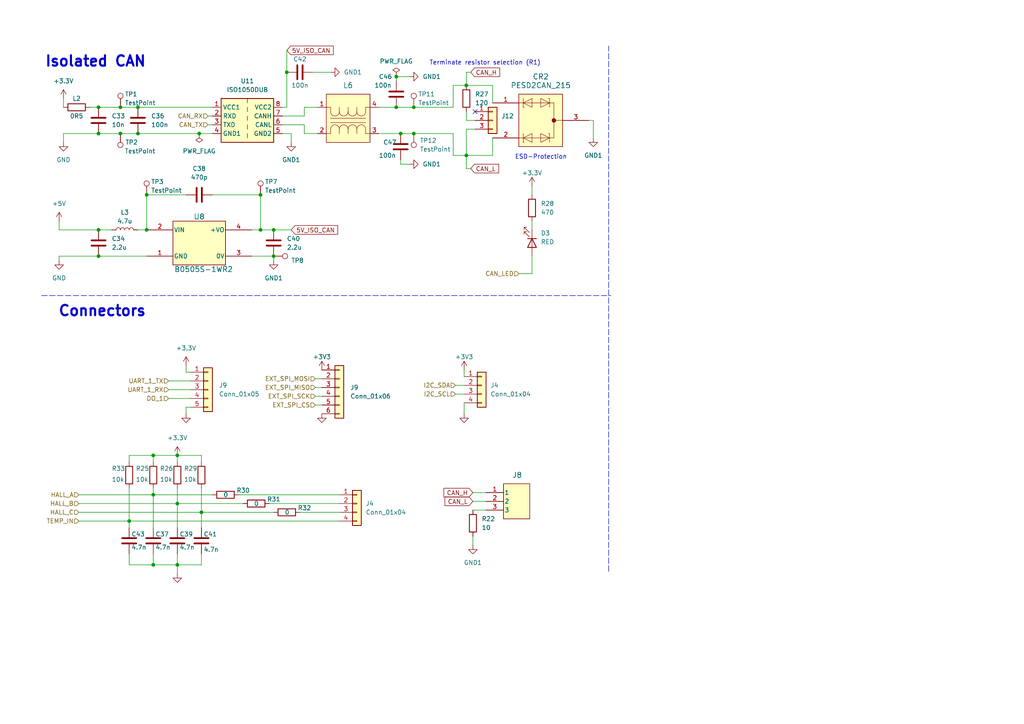
<source format=kicad_sch>
(kicad_sch (version 20230121) (generator eeschema)
  (paper "A4")
  (lib_symbols
    (symbol "B0505S-1WR2_1" (pin_names (offset 0.254))
      (property "Reference" "U8" (at 15.24 8.89 0))
      (property "Value" "B0505S-1WR2" (at 16.51 -6.35 0))
      (symbol "B0505S-1WR2_1_0_1"
        (polyline (pts (xy 7.62 -5.08) (xy 22.86 -5.08)) (stroke (width 0.127)))
        (polyline (pts (xy 7.62 7.62) (xy 7.62 -5.08)) (stroke (width 0.127)))
        (pin unspecified line (at 30.48 -2.54 180) (length 7.62) (name "0V") (number "3"))
      )
      (symbol "B0505S-1WR2_1_1_1"
        (polyline (pts (xy 22.86 -5.08) (xy 22.86 7.62)) (stroke (width 0.127)))
        (polyline (pts (xy 22.86 7.62) (xy 7.62 7.62)) (stroke (width 0.127)) (fill (type background)))
        (rectangle (start 7.62 7.62) (end 22.86 -5.08) (fill (type background)))
        (rectangle (start 40.64 16.51) (end 40.64 16.51))
        (pin unspecified line (at 0 -2.54 0) (length 7.62) (name "GND") (number "1"))
        (pin unspecified line (at 0 5.08 0) (length 7.62) (name "VIN") (number "2"))
        (pin unspecified line (at 30.48 5.08 180) (length 7.62) (name "+VO") (number "4"))
      )
    )
    (symbol "CONNECTOR-S:15EDGVC-3.5-03P-14-00AH" (pin_names (offset 0.254))
      (property "Reference" "J" (at 8.89 3.81 0))
      (property "Value" "15EDGVC-3.5-03P-14-00AH" (at 0 7.62 0))
      (symbol "15EDGVC-3.5-03P-14-00AH_1_1"
        (polyline (pts (xy 5.08 -7.62) (xy 12.7 -7.62)) (stroke (width 0.127)))
        (polyline (pts (xy 5.08 2.54) (xy 5.08 -7.62)) (stroke (width 0.127)))
        (polyline (pts (xy 12.7 -7.62) (xy 12.7 2.54)) (stroke (width 0.127)))
        (polyline (pts (xy 12.7 2.54) (xy 5.08 2.54)) (stroke (width 0.127)))
        (rectangle (start 5.08 2.54) (end 12.7 -7.62) (fill (type background)))
        (pin unspecified line (at 0 0 0) (length 5.08) (name "1") (number "1"))
        (pin unspecified line (at 0 -2.54 0) (length 5.08) (name "2") (number "2"))
        (pin unspecified line (at 0 -5.08 0) (length 5.08) (name "3") (number "3"))
      )
      (symbol "15EDGVC-3.5-03P-14-00AH_1_2"
        (polyline (pts (xy 5.08 -7.62) (xy 12.7 -7.62)) (stroke (width 0.127)))
        (polyline (pts (xy 5.08 2.54) (xy 5.08 -7.62)) (stroke (width 0.127)))
        (polyline (pts (xy 7.62 -5.08) (xy 5.08 -5.08)) (stroke (width 0.127)))
        (polyline (pts (xy 7.62 -5.08) (xy 8.89 -5.9267)) (stroke (width 0.127)))
        (polyline (pts (xy 7.62 -5.08) (xy 8.89 -4.2333)) (stroke (width 0.127)))
        (polyline (pts (xy 7.62 -2.54) (xy 5.08 -2.54)) (stroke (width 0.127)))
        (polyline (pts (xy 7.62 -2.54) (xy 8.89 -3.3867)) (stroke (width 0.127)))
        (polyline (pts (xy 7.62 -2.54) (xy 8.89 -1.6933)) (stroke (width 0.127)))
        (polyline (pts (xy 7.62 0) (xy 5.08 0)) (stroke (width 0.127)))
        (polyline (pts (xy 7.62 0) (xy 8.89 -0.8467)) (stroke (width 0.127)))
        (polyline (pts (xy 7.62 0) (xy 8.89 0.8467)) (stroke (width 0.127)))
        (polyline (pts (xy 12.7 -7.62) (xy 12.7 2.54)) (stroke (width 0.127)))
        (polyline (pts (xy 12.7 2.54) (xy 5.08 2.54)) (stroke (width 0.127)))
        (pin unspecified line (at 0 0 0) (length 5.08) (name "1") (number "1"))
        (pin unspecified line (at 0 -2.54 0) (length 5.08) (name "2") (number "2"))
        (pin unspecified line (at 0 -5.08 0) (length 5.08) (name "3") (number "3"))
      )
    )
    (symbol "Common_Mode_Filters:ACM2012-900-2P-T002" (pin_names (offset 0.254))
      (property "Reference" "L" (at 10.16 7.62 0))
      (property "Value" "ACM2012-900-2P-T002" (at 7.62 -15.24 0))
      (symbol "ACM2012-900-2P-T002_0_1"
        (polyline (pts (xy 2.54 -10.16) (xy 15.24 -10.16)) (stroke (width 0.127)))
        (polyline (pts (xy 2.54 0) (xy 3.81 0)) (stroke (width 0.127)))
        (polyline (pts (xy 2.54 3.81) (xy 2.54 -10.16)) (stroke (width 0.127)))
        (polyline (pts (xy 3.81 -7.62) (xy 2.54 -7.62)) (stroke (width 0.127)))
        (polyline (pts (xy 3.81 -7.62) (xy 3.81 -6.35)) (stroke (width 0.127)))
        (polyline (pts (xy 3.81 -3.175) (xy 13.97 -3.175)) (stroke (width 0.127)))
        (polyline (pts (xy 3.81 0) (xy 3.81 -1.27)) (stroke (width 0.127)))
        (polyline (pts (xy 6.35 -7.62) (xy 6.35 -6.35)) (stroke (width 0.127)))
        (polyline (pts (xy 6.35 0) (xy 6.35 -1.27)) (stroke (width 0.127)))
        (polyline (pts (xy 8.89 -7.62) (xy 8.89 -6.35)) (stroke (width 0.127)))
        (polyline (pts (xy 8.89 0) (xy 8.89 -1.27)) (stroke (width 0.127)))
        (polyline (pts (xy 11.43 -7.62) (xy 11.43 -6.35)) (stroke (width 0.127)))
        (polyline (pts (xy 11.43 0) (xy 11.43 -1.27)) (stroke (width 0.127)))
        (polyline (pts (xy 13.97 -7.62) (xy 13.97 -6.35)) (stroke (width 0.127)))
        (polyline (pts (xy 13.97 -4.445) (xy 3.81 -4.445)) (stroke (width 0.127)))
        (polyline (pts (xy 13.97 0) (xy 13.97 -1.27)) (stroke (width 0.127)))
        (polyline (pts (xy 13.97 0) (xy 15.24 0)) (stroke (width 0.127)))
        (polyline (pts (xy 15.24 -10.16) (xy 15.24 3.81)) (stroke (width 0.127)))
        (polyline (pts (xy 15.24 -7.62) (xy 13.97 -7.62)) (stroke (width 0.127)))
        (polyline (pts (xy 15.24 3.81) (xy 2.54 3.81)) (stroke (width 0.127)))
        (arc (start 3.81 -1.27) (mid 5.08 -2.5345) (end 6.35 -1.27) (stroke (width 0.127)))
        (arc (start 6.35 -6.35) (mid 5.08 -5.0855) (end 3.81 -6.35) (stroke (width 0.127)))
        (arc (start 6.35 -1.27) (mid 7.62 -2.5345) (end 8.89 -1.27) (stroke (width 0.127)))
        (arc (start 8.89 -6.35) (mid 7.62 -5.0855) (end 6.35 -6.35) (stroke (width 0.127)))
        (arc (start 8.89 -1.27) (mid 10.16 -2.5345) (end 11.43 -1.27) (stroke (width 0.127)))
        (arc (start 11.43 -6.35) (mid 10.16 -5.0855) (end 8.89 -6.35) (stroke (width 0.127)))
        (arc (start 11.43 -1.27) (mid 12.7 -2.5345) (end 13.97 -1.27) (stroke (width 0.127)))
        (arc (start 13.97 -6.35) (mid 12.7 -5.0855) (end 11.43 -6.35) (stroke (width 0.127)))
        (rectangle (start 15.24 -10.16) (end 15.24 -10.16))
      )
      (symbol "ACM2012-900-2P-T002_1_1"
        (rectangle (start 2.54 3.81) (end 15.24 -10.16) (fill (type background)))
        (pin unspecified line (at 0 0 0) (length 2.54) (name "") (number "1"))
        (pin unspecified line (at 0 -7.62 0) (length 2.54) (name "") (number "2"))
        (pin unspecified line (at 17.78 -7.62 180) (length 2.54) (name "") (number "3"))
        (pin unspecified line (at 17.78 0 180) (length 2.54) (name "") (number "4"))
      )
    )
    (symbol "Connector:TestPoint" (pin_numbers hide) (pin_names (offset 0.762) hide)
      (property "Reference" "TP" (at 0 6.858 0))
      (property "Value" "TestPoint" (at 0 5.08 0))
      (symbol "TestPoint_0_1"
        (circle (center 0 3.302) (radius 0.762))
      )
      (symbol "TestPoint_1_1"
        (pin passive line (at 0 0 90) (length 2.54) (name "1") (number "1"))
      )
    )
    (symbol "Connector_Generic:Conn_01x03" (pin_names (offset 1.016) hide)
      (property "Reference" "J" (at 0 5.08 0))
      (property "Value" "Conn_01x03" (at 0 -5.08 0))
      (symbol "Conn_01x03_1_1"
        (rectangle (start -1.27 -2.413) (end 0 -2.667) (stroke (width 0.1524)))
        (rectangle (start -1.27 0.127) (end 0 -0.127) (stroke (width 0.1524)))
        (rectangle (start -1.27 2.667) (end 0 2.413) (stroke (width 0.1524)))
        (rectangle (start -1.27 3.81) (end 1.27 -3.81) (stroke (width 0.254)) (fill (type background)))
        (pin passive line (at -5.08 2.54 0) (length 3.81) (name "Pin_1") (number "1"))
        (pin passive line (at -5.08 0 0) (length 3.81) (name "Pin_2") (number "2"))
        (pin passive line (at -5.08 -2.54 0) (length 3.81) (name "Pin_3") (number "3"))
      )
    )
    (symbol "Connector_Generic:Conn_01x04" (pin_names (offset 1.016) hide)
      (property "Reference" "J" (at 0 5.08 0))
      (property "Value" "Conn_01x04" (at 0 -7.62 0))
      (symbol "Conn_01x04_1_1"
        (rectangle (start -1.27 -4.953) (end 0 -5.207) (stroke (width 0.1524)))
        (rectangle (start -1.27 -2.413) (end 0 -2.667) (stroke (width 0.1524)))
        (rectangle (start -1.27 0.127) (end 0 -0.127) (stroke (width 0.1524)))
        (rectangle (start -1.27 2.667) (end 0 2.413) (stroke (width 0.1524)))
        (rectangle (start -1.27 3.81) (end 1.27 -6.35) (stroke (width 0.254)) (fill (type background)))
        (pin passive line (at -5.08 2.54 0) (length 3.81) (name "Pin_1") (number "1"))
        (pin passive line (at -5.08 0 0) (length 3.81) (name "Pin_2") (number "2"))
        (pin passive line (at -5.08 -2.54 0) (length 3.81) (name "Pin_3") (number "3"))
        (pin passive line (at -5.08 -5.08 0) (length 3.81) (name "Pin_4") (number "4"))
      )
    )
    (symbol "Connector_Generic:Conn_01x05" (pin_names (offset 1.016) hide)
      (property "Reference" "J" (at 0 7.62 0))
      (property "Value" "Conn_01x05" (at 0 -7.62 0))
      (symbol "Conn_01x05_1_1"
        (rectangle (start -1.27 -4.953) (end 0 -5.207) (stroke (width 0.1524)))
        (rectangle (start -1.27 -2.413) (end 0 -2.667) (stroke (width 0.1524)))
        (rectangle (start -1.27 0.127) (end 0 -0.127) (stroke (width 0.1524)))
        (rectangle (start -1.27 2.667) (end 0 2.413) (stroke (width 0.1524)))
        (rectangle (start -1.27 5.207) (end 0 4.953) (stroke (width 0.1524)))
        (rectangle (start -1.27 6.35) (end 1.27 -6.35) (stroke (width 0.254)) (fill (type background)))
        (pin passive line (at -5.08 5.08 0) (length 3.81) (name "Pin_1") (number "1"))
        (pin passive line (at -5.08 2.54 0) (length 3.81) (name "Pin_2") (number "2"))
        (pin passive line (at -5.08 0 0) (length 3.81) (name "Pin_3") (number "3"))
        (pin passive line (at -5.08 -2.54 0) (length 3.81) (name "Pin_4") (number "4"))
        (pin passive line (at -5.08 -5.08 0) (length 3.81) (name "Pin_5") (number "5"))
      )
    )
    (symbol "Connector_Generic:Conn_01x06" (pin_names (offset 1.016) hide)
      (property "Reference" "J" (at 0 7.62 0))
      (property "Value" "Conn_01x06" (at 0 -10.16 0))
      (symbol "Conn_01x06_1_1"
        (rectangle (start -1.27 -7.493) (end 0 -7.747) (stroke (width 0.1524)))
        (rectangle (start -1.27 -4.953) (end 0 -5.207) (stroke (width 0.1524)))
        (rectangle (start -1.27 -2.413) (end 0 -2.667) (stroke (width 0.1524)))
        (rectangle (start -1.27 0.127) (end 0 -0.127) (stroke (width 0.1524)))
        (rectangle (start -1.27 2.667) (end 0 2.413) (stroke (width 0.1524)))
        (rectangle (start -1.27 5.207) (end 0 4.953) (stroke (width 0.1524)))
        (rectangle (start -1.27 6.35) (end 1.27 -8.89) (stroke (width 0.254)) (fill (type background)))
        (pin passive line (at -5.08 5.08 0) (length 3.81) (name "Pin_1") (number "1"))
        (pin passive line (at -5.08 2.54 0) (length 3.81) (name "Pin_2") (number "2"))
        (pin passive line (at -5.08 0 0) (length 3.81) (name "Pin_3") (number "3"))
        (pin passive line (at -5.08 -2.54 0) (length 3.81) (name "Pin_4") (number "4"))
        (pin passive line (at -5.08 -5.08 0) (length 3.81) (name "Pin_5") (number "5"))
        (pin passive line (at -5.08 -7.62 0) (length 3.81) (name "Pin_6") (number "6"))
      )
    )
    (symbol "Device:C" (pin_numbers hide) (pin_names (offset 0.254))
      (property "Reference" "C" (at 0.635 2.54 0))
      (property "Value" "C" (at 0.635 -2.54 0))
      (symbol "C_0_1"
        (polyline (pts (xy -2.032 -0.762) (xy 2.032 -0.762)) (stroke (width 0.508)))
        (polyline (pts (xy -2.032 0.762) (xy 2.032 0.762)) (stroke (width 0.508)))
      )
      (symbol "C_1_1"
        (pin passive line (at 0 3.81 270) (length 2.794) (name "~") (number "1"))
        (pin passive line (at 0 -3.81 90) (length 2.794) (name "~") (number "2"))
      )
    )
    (symbol "Device:L" (pin_numbers hide) (pin_names (offset 1.016) hide)
      (property "Reference" "L" (at -1.27 0 90))
      (property "Value" "L" (at 1.905 0 90))
      (symbol "L_0_1"
        (arc (start 0 -2.54) (mid 0.6323 -1.905) (end 0 -1.27))
        (arc (start 0 -1.27) (mid 0.6323 -0.635) (end 0 0))
        (arc (start 0 0) (mid 0.6323 0.635) (end 0 1.27))
        (arc (start 0 1.27) (mid 0.6323 1.905) (end 0 2.54))
      )
      (symbol "L_1_1"
        (pin passive line (at 0 3.81 270) (length 1.27) (name "1") (number "1"))
        (pin passive line (at 0 -3.81 90) (length 1.27) (name "2") (number "2"))
      )
    )
    (symbol "Device:LED" (pin_numbers hide) (pin_names (offset 1.016) hide)
      (property "Reference" "D" (at 0 2.54 0))
      (property "Value" "LED" (at 0 -2.54 0))
      (symbol "LED_0_1"
        (polyline (pts (xy -1.27 -1.27) (xy -1.27 1.27)) (stroke (width 0.254)))
        (polyline (pts (xy -1.27 0) (xy 1.27 0)))
        (polyline (pts (xy 1.27 -1.27) (xy 1.27 1.27) (xy -1.27 0) (xy 1.27 -1.27)) (stroke (width 0.254)))
        (polyline (pts (xy -3.048 -0.762) (xy -4.572 -2.286) (xy -3.81 -2.286) (xy -4.572 -2.286) (xy -4.572 -1.524)))
        (polyline (pts (xy -1.778 -0.762) (xy -3.302 -2.286) (xy -2.54 -2.286) (xy -3.302 -2.286) (xy -3.302 -1.524)))
      )
      (symbol "LED_1_1"
        (pin passive line (at -3.81 0 0) (length 2.54) (name "K") (number "1"))
        (pin passive line (at 3.81 0 180) (length 2.54) (name "A") (number "2"))
      )
    )
    (symbol "Device:R" (pin_numbers hide) (pin_names (offset 0))
      (property "Reference" "R" (at 2.032 0 90))
      (property "Value" "R" (at 0 0 90))
      (symbol "R_0_1"
        (rectangle (start -1.016 -2.54) (end 1.016 2.54) (stroke (width 0.254)))
      )
      (symbol "R_1_1"
        (pin passive line (at 0 3.81 270) (length 1.27) (name "~") (number "1"))
        (pin passive line (at 0 -3.81 90) (length 1.27) (name "~") (number "2"))
      )
    )
    (symbol "ESD_Protection:PESD2CAN_215" (pin_names (offset 0.254))
      (property "Reference" "CR" (at 15.24 7.62 0))
      (property "Value" "PESD2CAN_215" (at 33.02 5.08 0))
      (symbol "PESD2CAN_215_0_1"
        (polyline (pts (xy 7.62 -12.7) (xy 20.32 -12.7)) (stroke (width 0.127)))
        (polyline (pts (xy 7.62 -10.16) (xy 17.78 -10.16)) (stroke (width 0.127)))
        (polyline (pts (xy 7.62 0) (xy 17.78 0)) (stroke (width 0.127)))
        (polyline (pts (xy 7.62 2.54) (xy 7.62 -12.7)) (stroke (width 0.127)))
        (polyline (pts (xy 8.89 -11.43) (xy 8.89 -8.89)) (stroke (width 0.127)))
        (polyline (pts (xy 8.89 -11.43) (xy 9.2075 -11.43)) (stroke (width 0.127)))
        (polyline (pts (xy 8.89 -10.16) (xy 11.43 -8.89)) (stroke (width 0.127)))
        (polyline (pts (xy 8.89 -1.27) (xy 8.89 1.27)) (stroke (width 0.127)))
        (polyline (pts (xy 8.89 -1.27) (xy 9.2075 -1.27)) (stroke (width 0.127)))
        (polyline (pts (xy 8.89 0) (xy 11.43 1.27)) (stroke (width 0.127)))
        (polyline (pts (xy 11.43 -11.43) (xy 8.89 -10.16)) (stroke (width 0.127)))
        (polyline (pts (xy 11.43 -11.43) (xy 11.43 -8.89)) (stroke (width 0.127)))
        (polyline (pts (xy 11.43 -1.27) (xy 8.89 0)) (stroke (width 0.127)))
        (polyline (pts (xy 11.43 -1.27) (xy 11.43 1.27)) (stroke (width 0.127)))
        (polyline (pts (xy 13.97 -8.89) (xy 13.97 -11.43)) (stroke (width 0.127)))
        (polyline (pts (xy 13.97 -8.89) (xy 16.51 -10.16)) (stroke (width 0.127)))
        (polyline (pts (xy 13.97 1.27) (xy 13.97 -1.27)) (stroke (width 0.127)))
        (polyline (pts (xy 13.97 1.27) (xy 16.51 0)) (stroke (width 0.127)))
        (polyline (pts (xy 16.51 -10.16) (xy 13.97 -11.43)) (stroke (width 0.127)))
        (polyline (pts (xy 16.51 -8.89) (xy 16.1925 -8.89)) (stroke (width 0.127)))
        (polyline (pts (xy 16.51 -8.89) (xy 16.51 -11.43)) (stroke (width 0.127)))
        (polyline (pts (xy 16.51 0) (xy 13.97 -1.27)) (stroke (width 0.127)))
        (polyline (pts (xy 16.51 1.27) (xy 16.1925 1.27)) (stroke (width 0.127)))
        (polyline (pts (xy 16.51 1.27) (xy 16.51 -1.27)) (stroke (width 0.127)))
        (polyline (pts (xy 17.78 -5.08) (xy 20.32 -5.08)) (stroke (width 0.127)))
        (polyline (pts (xy 17.78 0) (xy 17.78 -10.16)) (stroke (width 0.127)))
        (polyline (pts (xy 20.32 -12.7) (xy 20.32 2.54)) (stroke (width 0.127)))
        (polyline (pts (xy 20.32 2.54) (xy 7.62 2.54)) (stroke (width 0.127)))
        (circle (center 17.78 -5.08) (radius 0.127) (stroke (width 0.508)))
      )
      (symbol "PESD2CAN_215_1_1"
        (rectangle (start 7.62 2.54) (end 20.32 -12.7) (fill (type background)))
        (pin unspecified line (at 0 0 0) (length 7.62) (name "") (number "1"))
        (pin unspecified line (at 0 -10.16 0) (length 7.62) (name "") (number "2"))
        (pin unspecified line (at 27.94 -5.08 180) (length 7.62) (name "") (number "3"))
      )
    )
    (symbol "Interface_CAN_LIN:ISO1050DUB"
      (property "Reference" "U" (at -6.35 6.35 0))
      (property "Value" "ISO1050DUB" (at 2.54 6.35 0))
      (symbol "ISO1050DUB_0_1"
        (rectangle (start -7.62 5.08) (end 7.62 -7.62) (stroke (width 0.254)) (fill (type background)))
        (polyline (pts (xy 0 -5.08) (xy 0 -6.35)))
        (polyline (pts (xy 0 -2.54) (xy 0 -3.81)))
        (polyline (pts (xy 0 0) (xy 0 -1.27)))
        (polyline (pts (xy 0 2.54) (xy 0 1.27)))
        (polyline (pts (xy 0 5.08) (xy 0 3.81)))
      )
      (symbol "ISO1050DUB_1_1"
        (pin power_in line (at -10.16 2.54 0) (length 2.54) (name "VCC1") (number "1"))
        (pin output line (at -10.16 0 0) (length 2.54) (name "RXD") (number "2"))
        (pin input line (at -10.16 -2.54 0) (length 2.54) (name "TXD") (number "3"))
        (pin power_in line (at -10.16 -5.08 0) (length 2.54) (name "GND1") (number "4"))
        (pin power_in line (at 10.16 -5.08 180) (length 2.54) (name "GND2") (number "5"))
        (pin bidirectional line (at 10.16 -2.54 180) (length 2.54) (name "CANL") (number "6"))
        (pin bidirectional line (at 10.16 0 180) (length 2.54) (name "CANH") (number "7"))
        (pin power_in line (at 10.16 2.54 180) (length 2.54) (name "VCC2") (number "8"))
      )
    )
    (symbol "STM32F4_REV2-rescue:+3.3V-power" (power) (pin_names (offset 0))
      (property "Value" "+3.3V-power" (at 0 3.556 0))
      (symbol "+3.3V-power_0_1"
        (polyline (pts (xy -0.762 1.27) (xy 0 2.54)))
        (polyline (pts (xy 0 0) (xy 0 2.54)))
        (polyline (pts (xy 0 2.54) (xy 0.762 1.27)))
      )
      (symbol "+3.3V-power_1_1"
        (pin power_in line (at 0 0 90) (length 0) hide (name "+3V3") (number "1"))
      )
    )
    (symbol "power:+3.3V" (power) (pin_names (offset 0))
      (property "Value" "+3.3V" (at 0 3.556 0))
      (symbol "+3.3V_0_1"
        (polyline (pts (xy -0.762 1.27) (xy 0 2.54)))
        (polyline (pts (xy 0 0) (xy 0 2.54)))
        (polyline (pts (xy 0 2.54) (xy 0.762 1.27)))
      )
      (symbol "+3.3V_1_1"
        (pin power_in line (at 0 0 90) (length 0) hide (name "+3.3V") (number "1"))
      )
    )
    (symbol "power:+5V" (power) (pin_names (offset 0))
      (property "Value" "+5V" (at 0 3.556 0))
      (symbol "+5V_0_1"
        (polyline (pts (xy -0.762 1.27) (xy 0 2.54)))
        (polyline (pts (xy 0 0) (xy 0 2.54)))
        (polyline (pts (xy 0 2.54) (xy 0.762 1.27)))
      )
      (symbol "+5V_1_1"
        (pin power_in line (at 0 0 90) (length 0) hide (name "+5V") (number "1"))
      )
    )
    (symbol "power:GND" (power) (pin_names (offset 0))
      (property "Value" "GND" (at 0 -3.81 0))
      (symbol "GND_0_1"
        (polyline (pts (xy 0 0) (xy 0 -1.27) (xy 1.27 -1.27) (xy 0 -2.54) (xy -1.27 -1.27) (xy 0 -1.27)))
      )
      (symbol "GND_1_1"
        (pin power_in line (at 0 0 270) (length 0) hide (name "GND") (number "1"))
      )
    )
    (symbol "power:GND1" (power) (pin_names (offset 0))
      (property "Value" "GND1" (at 0 -3.81 0))
      (symbol "GND1_0_1"
        (polyline (pts (xy 0 0) (xy 0 -1.27) (xy 1.27 -1.27) (xy 0 -2.54) (xy -1.27 -1.27) (xy 0 -1.27)))
      )
      (symbol "GND1_1_1"
        (pin power_in line (at 0 0 270) (length 0) hide (name "GND1") (number "1"))
      )
    )
    (symbol "power:PWR_FLAG" (power) (pin_numbers hide) (pin_names (offset 0) hide)
      (property "Value" "PWR_FLAG" (at 0 3.81 0))
      (symbol "PWR_FLAG_0_0"
        (pin power_out line (at 0 0 90) (length 0) (name "pwr") (number "1"))
      )
      (symbol "PWR_FLAG_0_1"
        (polyline (pts (xy 0 0) (xy 0 1.27) (xy -1.016 1.905) (xy 0 2.54) (xy 1.016 1.905) (xy 0 1.27)))
      )
    )
  )
  (junction (at 42.545 66.675))
  (junction (at 34.925 31.115))
  (junction (at 44.45 163.83))
  (junction (at 75.565 56.515))
  (junction (at 37.465 151.13))
  (junction (at 28.575 31.115))
  (junction (at 116.205 38.735))
  (junction (at 44.45 143.51))
  (junction (at 135.255 24.765))
  (junction (at 44.45 132.08))
  (junction (at 135.255 45.085))
  (junction (at 28.575 74.295))
  (junction (at 58.42 148.59))
  (junction (at 34.925 38.735))
  (junction (at 75.565 66.675))
  (junction (at 120.015 31.115))
  (junction (at 57.785 38.735))
  (junction (at 28.575 66.675))
  (junction (at 42.545 56.515))
  (junction (at 114.935 31.115))
  (junction (at 83.185 20.955))
  (junction (at 79.375 66.675))
  (junction (at 79.375 74.295))
  (junction (at 28.575 38.735))
  (junction (at 51.435 146.05))
  (junction (at 114.935 22.225))
  (junction (at 120.015 38.735))
  (junction (at 51.435 163.83))
  (junction (at 40.005 31.115))
  (junction (at 51.435 132.08))
  (junction (at 40.005 38.735))
  (no_connect (at 137.795 32.385))
  (wire (pts (xy 55.245 107.95) (xy 53.975 107.95)))
  (wire (pts (xy 109.855 38.735) (xy 116.205 38.735)))
  (wire (pts (xy 137.795 37.465) (xy 135.255 37.465)))
  (wire (pts (xy 40.005 66.675) (xy 42.545 66.675)))
  (wire (pts (xy 135.255 45.085) (xy 135.255 48.895)))
  (wire (pts (xy 154.305 53.975) (xy 154.305 56.515)))
  (wire (pts (xy 120.015 38.735) (xy 131.445 38.735)))
  (wire (pts (xy 44.45 143.51) (xy 44.45 153.035)))
  (wire (pts (xy 136.525 20.955) (xy 135.255 20.955)))
  (wire (pts (xy 53.975 56.515) (xy 42.545 56.515)))
  (wire (pts (xy 28.575 38.735) (xy 34.925 38.735)))
  (wire (pts (xy 88.265 33.655) (xy 88.265 31.115)))
  (wire (pts (xy 48.895 115.57) (xy 55.245 115.57)))
  (wire (pts (xy 81.915 38.735) (xy 84.455 38.735)))
  (wire (pts (xy 26.035 31.115) (xy 28.575 31.115)))
  (wire (pts (xy 37.465 151.13) (xy 98.425 151.13)))
  (wire (pts (xy 73.025 66.675) (xy 75.565 66.675)))
  (wire (pts (xy 18.415 38.735) (xy 28.575 38.735)))
  (wire (pts (xy 28.575 74.295) (xy 42.545 74.295)))
  (wire (pts (xy 51.435 163.83) (xy 51.435 160.655)))
  (wire (pts (xy 116.205 47.625) (xy 116.205 46.355)))
  (wire (pts (xy 84.455 38.735) (xy 84.455 41.275)))
  (wire (pts (xy 37.465 133.985) (xy 37.465 132.08)))
  (wire (pts (xy 135.255 37.465) (xy 135.255 45.085)))
  (wire (pts (xy 22.86 146.05) (xy 51.435 146.05)))
  (wire (pts (xy 51.435 146.05) (xy 70.485 146.05)))
  (wire (pts (xy 48.895 110.49) (xy 55.245 110.49)))
  (wire (pts (xy 135.255 20.955) (xy 135.255 24.765)))
  (wire (pts (xy 137.16 147.955) (xy 140.97 147.955)))
  (wire (pts (xy 81.915 36.195) (xy 88.265 36.195)))
  (wire (pts (xy 132.08 111.76) (xy 134.62 111.76)))
  (wire (pts (xy 58.42 148.59) (xy 58.42 141.605)))
  (wire (pts (xy 44.45 132.08) (xy 51.435 132.08)))
  (wire (pts (xy 132.08 114.3) (xy 134.62 114.3)))
  (wire (pts (xy 120.015 31.115) (xy 131.445 31.115)))
  (wire (pts (xy 60.325 33.655) (xy 61.595 33.655)))
  (wire (pts (xy 135.255 34.925) (xy 137.795 34.925)))
  (wire (pts (xy 37.465 160.655) (xy 37.465 163.83)))
  (wire (pts (xy 75.565 66.675) (xy 79.375 66.675)))
  (wire (pts (xy 136.525 48.895) (xy 135.255 48.895)))
  (wire (pts (xy 131.445 24.765) (xy 131.445 31.115)))
  (wire (pts (xy 51.435 146.05) (xy 51.435 153.035)))
  (wire (pts (xy 22.86 151.13) (xy 37.465 151.13)))
  (wire (pts (xy 114.935 31.115) (xy 120.015 31.115)))
  (wire (pts (xy 58.42 163.83) (xy 51.435 163.83)))
  (wire (pts (xy 58.42 148.59) (xy 79.375 148.59)))
  (wire (pts (xy 86.995 148.59) (xy 98.425 148.59)))
  (wire (pts (xy 60.325 36.195) (xy 61.595 36.195)))
  (wire (pts (xy 28.575 31.115) (xy 34.925 31.115)))
  (wire (pts (xy 135.255 24.765) (xy 131.445 24.765)))
  (wire (pts (xy 109.855 31.115) (xy 114.935 31.115)))
  (wire (pts (xy 51.435 132.08) (xy 58.42 132.08)))
  (wire (pts (xy 170.815 34.925) (xy 172.085 34.925)))
  (wire (pts (xy 83.185 20.955) (xy 83.185 31.115)))
  (wire (pts (xy 154.305 79.375) (xy 154.305 74.295)))
  (wire (pts (xy 114.935 22.225) (xy 114.935 23.495)))
  (wire (pts (xy 137.16 155.575) (xy 137.16 158.115)))
  (wire (pts (xy 44.45 163.83) (xy 51.435 163.83)))
  (polyline (pts (xy 12.065 85.725) (xy 177.165 85.725)) (stroke (width 0) (type dash)))
  (wire (pts (xy 51.435 163.83) (xy 51.435 166.37)))
  (wire (pts (xy 79.375 74.295) (xy 79.375 75.565)))
  (wire (pts (xy 69.215 143.51) (xy 98.425 143.51)))
  (wire (pts (xy 78.105 146.05) (xy 98.425 146.05)))
  (wire (pts (xy 118.745 47.625) (xy 116.205 47.625)))
  (wire (pts (xy 142.875 24.765) (xy 135.255 24.765)))
  (wire (pts (xy 18.415 41.275) (xy 18.415 38.735)))
  (wire (pts (xy 53.975 107.95) (xy 53.975 106.045)))
  (wire (pts (xy 44.45 143.51) (xy 44.45 141.605)))
  (wire (pts (xy 118.745 22.225) (xy 114.935 22.225)))
  (wire (pts (xy 17.145 75.565) (xy 17.145 74.295)))
  (wire (pts (xy 61.595 56.515) (xy 75.565 56.515)))
  (wire (pts (xy 22.86 143.51) (xy 44.45 143.51)))
  (wire (pts (xy 88.265 36.195) (xy 88.265 38.735)))
  (wire (pts (xy 137.16 145.415) (xy 140.97 145.415)))
  (wire (pts (xy 34.925 38.735) (xy 40.005 38.735)))
  (wire (pts (xy 79.375 66.675) (xy 84.455 66.675)))
  (wire (pts (xy 75.565 56.515) (xy 75.565 66.675)))
  (wire (pts (xy 48.895 113.03) (xy 55.245 113.03)))
  (wire (pts (xy 142.875 45.085) (xy 135.255 45.085)))
  (wire (pts (xy 134.62 107.315) (xy 134.62 109.22)))
  (wire (pts (xy 90.805 20.955) (xy 95.885 20.955)))
  (wire (pts (xy 58.42 160.655) (xy 58.42 163.83)))
  (wire (pts (xy 51.435 146.05) (xy 51.435 141.605)))
  (wire (pts (xy 37.465 132.08) (xy 44.45 132.08)))
  (wire (pts (xy 135.255 45.085) (xy 131.445 45.085)))
  (wire (pts (xy 28.575 66.675) (xy 32.385 66.675)))
  (wire (pts (xy 40.005 38.735) (xy 57.785 38.735)))
  (wire (pts (xy 53.975 118.11) (xy 53.975 120.015)))
  (wire (pts (xy 17.145 66.675) (xy 28.575 66.675)))
  (wire (pts (xy 88.265 31.115) (xy 92.075 31.115)))
  (wire (pts (xy 55.245 118.11) (xy 53.975 118.11)))
  (wire (pts (xy 154.305 64.135) (xy 154.305 66.675)))
  (wire (pts (xy 44.45 160.655) (xy 44.45 163.83)))
  (wire (pts (xy 73.025 74.295) (xy 79.375 74.295)))
  (wire (pts (xy 88.265 38.735) (xy 92.075 38.735)))
  (wire (pts (xy 120.015 38.735) (xy 116.205 38.735)))
  (wire (pts (xy 58.42 148.59) (xy 58.42 153.035)))
  (wire (pts (xy 131.445 45.085) (xy 131.445 38.735)))
  (polyline (pts (xy 176.53 165.735) (xy 176.53 13.335)) (stroke (width 0) (type dash)))
  (wire (pts (xy 142.875 45.085) (xy 142.875 40.005)))
  (wire (pts (xy 18.415 28.575) (xy 18.415 31.115)))
  (wire (pts (xy 37.465 163.83) (xy 44.45 163.83)))
  (wire (pts (xy 57.785 38.735) (xy 61.595 38.735)))
  (wire (pts (xy 34.925 31.115) (xy 40.005 31.115)))
  (wire (pts (xy 83.185 31.115) (xy 81.915 31.115)))
  (wire (pts (xy 135.255 32.385) (xy 135.255 34.925)))
  (wire (pts (xy 22.86 148.59) (xy 58.42 148.59)))
  (wire (pts (xy 17.145 74.295) (xy 28.575 74.295)))
  (wire (pts (xy 44.45 143.51) (xy 61.595 143.51)))
  (wire (pts (xy 51.435 132.08) (xy 51.435 133.985)))
  (wire (pts (xy 44.45 133.985) (xy 44.45 132.08)))
  (wire (pts (xy 83.185 14.605) (xy 83.185 20.955)))
  (wire (pts (xy 81.915 33.655) (xy 88.265 33.655)))
  (wire (pts (xy 91.44 112.395) (xy 93.345 112.395)))
  (wire (pts (xy 91.44 109.855) (xy 93.345 109.855)))
  (wire (pts (xy 17.145 64.135) (xy 17.145 66.675)))
  (wire (pts (xy 58.42 132.08) (xy 58.42 133.985)))
  (wire (pts (xy 142.875 24.765) (xy 142.875 29.845)))
  (wire (pts (xy 91.44 117.475) (xy 93.345 117.475)))
  (wire (pts (xy 40.005 31.115) (xy 61.595 31.115)))
  (wire (pts (xy 37.465 151.13) (xy 37.465 153.035)))
  (wire (pts (xy 134.62 120.015) (xy 134.62 116.84)))
  (wire (pts (xy 42.545 56.515) (xy 42.545 66.675)))
  (wire (pts (xy 137.16 142.875) (xy 140.97 142.875)))
  (wire (pts (xy 172.085 34.925) (xy 172.085 40.005)))
  (wire (pts (xy 37.465 141.605) (xy 37.465 151.13)))
  (wire (pts (xy 91.44 114.935) (xy 93.345 114.935)))
  (wire (pts (xy 150.495 79.375) (xy 154.305 79.375)))
  (text "Connectors" (at 42.545 92.075 0) (effects (font (size 3 3) (thickness 0.6) bold) (justify right bottom)))
  (text "Isolated CAN" (at 42.545 19.685 0) (effects (font (size 3 3) (thickness 0.6) bold) (justify right bottom)))
  (text "ESD-Protection" (at 164.465 46.355 0) (effects (font (size 1.27 1.27)) (justify right bottom)))
  (text "Terminate resistor selection (R1)" (at 156.845 19.05 0) (effects (font (size 1.27 1.27)) (justify right bottom)))
  (global_label "CAN_L" (shape input) (at 137.16 145.415 180) (property "Intersheetrefs" "${INTERSHEET_REFS}" (effects hide)))
  (global_label "CAN_L" (shape input) (at 136.525 48.895 0) (property "Intersheetrefs" "${INTERSHEET_REFS}" (effects hide)))
  (global_label "CAN_H" (shape input) (at 137.16 142.875 180) (property "Intersheetrefs" "${INTERSHEET_REFS}" (effects hide)))
  (global_label "5V_ISO_CAN" (shape input) (at 83.185 14.605 0) (property "Intersheetrefs" "${INTERSHEET_REFS}" (effects hide)))
  (global_label "5V_ISO_CAN" (shape input) (at 84.455 66.675 0) (property "Intersheetrefs" "${INTERSHEET_REFS}" (effects hide)))
  (global_label "CAN_H" (shape input) (at 136.525 20.955 0) (property "Intersheetrefs" "${INTERSHEET_REFS}" (effects hide)))
  (hierarchical_label "EXT_SPI_SCK" (shape input) (at 91.44 114.935 180))
  (hierarchical_label "CAN_LED" (shape input) (at 150.495 79.375 180))
  (hierarchical_label "I2C_SCL" (shape input) (at 132.08 114.3 180))
  (hierarchical_label "EXT_SPI_MOSI" (shape input) (at 91.44 109.855 180))
  (hierarchical_label "TEMP_IN" (shape input) (at 22.86 151.13 180))
  (hierarchical_label "EXT_SPI_CS" (shape input) (at 91.44 117.475 180))
  (hierarchical_label "HALL_C" (shape input) (at 22.86 148.59 180))
  (hierarchical_label "CAN_RX" (shape input) (at 60.325 33.655 180))
  (hierarchical_label "EXT_SPI_MISO" (shape input) (at 91.44 112.395 180))
  (hierarchical_label "HALL_B" (shape input) (at 22.86 146.05 180))
  (hierarchical_label "UART_1_RX" (shape input) (at 48.895 113.03 180))
  (hierarchical_label "UART_1_TX" (shape input) (at 48.895 110.49 180))
  (hierarchical_label "HALL_A" (shape input) (at 22.86 143.51 180))
  (hierarchical_label "CAN_TX" (shape input) (at 60.325 36.195 180))
  (hierarchical_label "I2C_SDA" (shape input) (at 132.08 111.76 180))
  (hierarchical_label "DO_1" (shape input) (at 48.895 115.57 180))
  (symbol (lib_id "Device:R") (at 83.185 148.59 270) (unit 1)
    (property "Reference" "R32" (at 86.36 147.32 90) (effects (justify left)))
    (property "Value" "0" (at 82.55 148.59 90) (effects (justify left)))
    (property "Footprint" "Resistor_SMD:R_0603_1608Metric" (effects hide))
  )
  (symbol (lib_id "power:GND") (at 93.345 120.015 0) (unit 1)
    (property "Reference" "#PWR031" (effects hide))
    (property "Value" "GND" (effects hide))
    (instances (project "STM32F4_REV2" (path "" (reference "#PWR031") (unit 1))) (project "BLDC_V_0.1" (path "" (reference "#PWR020") (unit 1)) (path "" (reference "#PWR052") (unit 1)) (path "" (reference "#PWR064") (unit 1))))
  )
  (symbol (lib_id "Device:R") (at 154.305 60.325 0) (unit 1)
    (property "Reference" "R28" (at 156.845 59.055 0) (effects (justify left)))
    (property "Value" "470" (at 156.845 61.595 0) (effects (justify left)))
    (property "Footprint" "Resistor_SMD:R_0603_1608Metric" (effects hide))
    (property "Comment" "0603 / %1" (effects hide))
    (instances (project "BLDC_V_0.1" (path "" (reference "R28") (unit 1))) (project "CAN_2x_485" (path "" (reference "R11") (unit 1))))
  )
  (symbol (lib_id "power:GND") (at 17.145 75.565 0) (unit 1)
    (property "Reference" "#PWR050" (effects hide))
    (property "Value" "GND" (at 17.145 80.645 0))
    (instances (project "BLDC_V_0.1" (path "" (reference "#PWR050") (unit 1))) (project "CAN_2x_485" (path "" (reference "#PWR03") (unit 1))))
  )
  (symbol (lib_id "Connector_Generic:Conn_01x04") (at 103.505 146.05 0) (unit 1)
    (property "Reference" "J4" (at 106.045 146.05 0) (effects (justify left)))
    (property "Value" "Conn_01x04" (at 106.045 148.59 0) (effects (justify left)))
    (property "Footprint" "Connector_JST:JST_EH_S4B-EH_1x04_P2.50mm_Horizontal" (effects hide))
    (instances (project "STM32F4_REV2" (path "" (reference "J4") (unit 1))) (project "BLDC_V_0.1" (path "" (reference "J4") (unit 1)) (path "" (reference "J2") (unit 1)) (path "" (reference "J2") (unit 1))))
  )
  (symbol (lib_id "power:GND1") (at 84.455 41.275 0) (unit 1)
    (property "Reference" "#PWR062" (effects hide))
    (property "Value" "GND1" (at 84.455 46.355 0))
    (instances (project "BLDC_V_0.1" (path "" (reference "#PWR062") (unit 1))) (project "CAN_2x_485" (path "" (reference "#PWR09") (unit 1))))
  )
  (symbol (lib_id "Connector:TestPoint") (at 34.925 31.115 0) (unit 1)
    (property "Reference" "TP1" (at 36.195 27.305 0) (effects (justify left)))
    (property "Value" "TestPoint" (at 36.195 29.845 0) (effects (justify left)))
    (property "Footprint" "TestPoint:TestPoint_Loop_D1.80mm_Drill1.0mm_Beaded" (effects hide))
    (instances (project "BLDC_V_0.1" (path "" (reference "TP1") (unit 1))) (project "CAN_2x_485" (path "" (reference "TP3") (unit 1))))
  )
  (symbol (lib_id "Device:LED") (at 154.305 70.485 270) (unit 1)
    (property "Reference" "D3" (at 156.845 67.6275 90) (effects (justify left)))
    (property "Value" "RED" (at 156.845 70.1675 90) (effects (justify left)))
    (property "Footprint" "LED_SMD:LED_0805_2012Metric" (effects hide))
    (property "Comment" "0805" (effects hide))
    (instances (project "BLDC_V_0.1" (path "" (reference "D3") (unit 1))) (project "CAN_2x_485" (path "" (reference "D1") (unit 1))))
  )
  (symbol (lib_id "Device:R") (at 74.295 146.05 270) (unit 1)
    (property "Reference" "R31" (at 77.47 144.78 90) (effects (justify left)))
    (property "Value" "0" (at 73.66 146.05 90) (effects (justify left)))
    (property "Footprint" "Resistor_SMD:R_0603_1608Metric" (effects hide))
  )
  (symbol (lib_id "power:GND") (at 134.62 120.015 0) (unit 1)
    (property "Reference" "#PWR031" (effects hide))
    (property "Value" "GND" (effects hide))
    (instances (project "STM32F4_REV2" (path "" (reference "#PWR031") (unit 1))) (project "BLDC_V_0.1" (path "" (reference "#PWR020") (unit 1)) (path "" (reference "#PWR017") (unit 1)) (path "" (reference "#PWR060") (unit 1))))
  )
  (symbol (lib_id "power:GND") (at 18.415 41.275 0) (unit 1)
    (property "Reference" "#PWR054" (effects hide))
    (property "Value" "GND" (at 18.415 46.355 0))
    (instances (project "BLDC_V_0.1" (path "" (reference "#PWR054") (unit 1))) (project "CAN_2x_485" (path "" (reference "#PWR08") (unit 1))))
  )
  (symbol (lib_id "Connector:TestPoint") (at 42.545 56.515 0) (unit 1)
    (property "Reference" "TP3" (at 43.815 52.705 0) (effects (justify left)))
    (property "Value" "TestPoint" (at 43.815 55.245 0) (effects (justify left)))
    (property "Footprint" "TestPoint:TestPoint_Loop_D1.80mm_Drill1.0mm_Beaded" (effects hide))
    (instances (project "BLDC_V_0.1" (path "" (reference "TP3") (unit 1))) (project "CAN_2x_485" (path "" (reference "TP5") (unit 1))))
  )
  (symbol (lib_id "Connector:TestPoint") (at 79.375 74.295 270) (unit 1)
    (property "Reference" "TP8" (at 84.455 75.565 90) (effects (justify left)))
    (property "Value" "TestPoint" (effects hide))
    (property "Footprint" "TestPoint:TestPoint_Loop_D1.80mm_Drill1.0mm_Beaded" (effects hide))
    (instances (project "BLDC_V_0.1" (path "" (reference "TP8") (unit 1))) (project "CAN_2x_485" (path "" (reference "TP7") (unit 1))))
  )
  (symbol (lib_id "Connector:TestPoint") (at 120.015 38.735 180) (unit 1)
    (property "Reference" "TP12" (at 121.7617 40.767 0) (effects (justify right)))
    (property "Value" "TestPoint" (at 121.7617 43.307 0) (effects (justify right)))
    (property "Footprint" "TestPoint:TestPoint_Loop_D1.80mm_Drill1.0mm_Beaded" (effects hide))
    (instances (project "BLDC_V_0.1" (path "" (reference "TP12") (unit 1))) (project "CAN_2x_485" (path "" (reference "TP2") (unit 1))))
  )
  (symbol (lib_id "Device:R") (at 135.255 28.575 0) (unit 1)
    (property "Reference" "R27" (at 137.795 27.305 0) (effects (justify left)))
    (property "Value" "120" (at 137.795 29.845 0) (effects (justify left)))
    (property "Footprint" "Resistor_SMD:R_0603_1608Metric" (effects hide))
    (property "Comment" "0603 / %1" (effects hide))
    (instances (project "BLDC_V_0.1" (path "" (reference "R27") (unit 1))) (project "CAN_2x_485" (path "" (reference "R1") (unit 1))))
  )
  (symbol (lib_id "Connector_Generic:Conn_01x06") (at 98.425 112.395 0) (unit 1)
    (property "Reference" "J9" (at 101.6 112.395 0) (effects (justify left)))
    (property "Value" "Conn_01x06" (at 101.6 114.935 0) (effects (justify left)))
    (property "Footprint" "Connector_JST:JST_EH_S6B-EH_1x06_P2.50mm_Horizontal" (effects hide))
    (instances (project "BLDC_V_0.1" (path "" (reference "J9") (unit 1)) (path "" (reference "J11") (unit 1))))
  )
  (symbol (lib_id "power:GND1") (at 137.16 158.115 0) (unit 1)
    (property "Reference" "#PWR068" (effects hide))
    (property "Value" "GND1" (at 137.16 163.195 0))
    (instances (project "BLDC_V_0.1" (path "" (reference "#PWR068") (unit 1))) (project "CAN_2x_485" (path "" (reference "#PWR014") (unit 1))))
  )
  (symbol (lib_id "Device:R") (at 65.405 143.51 270) (unit 1)
    (property "Reference" "R30" (at 68.58 142.24 90) (effects (justify left)))
    (property "Value" "0" (at 64.77 143.51 90) (effects (justify left)))
    (property "Footprint" "Resistor_SMD:R_0603_1608Metric" (effects hide))
  )
  (symbol (lib_id "power:GND") (at 53.975 120.015 0) (unit 1)
    (property "Reference" "#PWR055" (effects hide))
    (property "Value" "GND" (effects hide))
    (instances (project "BLDC_V_0.1" (path "" (reference "#PWR055") (unit 1))) (project "CAN_2x_485" (path "" (reference "#PWR03") (unit 1))))
  )
  (symbol (lib_id "ESD_Protection:PESD2CAN_215") (at 142.875 29.845 0) (unit 1)
    (property "Reference" "CR2" (at 156.845 22.225 0) (effects (font (size 1.524 1.524))))
    (property "Value" "PESD2CAN_215" (at 156.845 24.765 0) (effects (font (size 1.524 1.524))))
    (property "Footprint" "PESD2CAN-215:SOT23_TO-236AB_NEX" (effects hide))
    (property "Datasheet" "PESD2CAN_215" (effects hide))
    (property "Link" "https://jlcpcb.com/partdetail/Nexperia-PESD2CAN215/C75176" (effects hide))
    (instances (project "BLDC_V_0.1" (path "" (reference "CR2") (unit 1))) (project "CAN_2x_485" (path "" (reference "CR1") (unit 1))))
  )
  (symbol (lib_id "Device:R") (at 44.45 137.795 0) (unit 1)
    (property "Reference" "R25" (at 39.37 135.89 0) (effects (justify left)))
    (property "Value" "10k" (at 39.37 139.065 0) (effects (justify left)))
    (property "Footprint" "Resistor_SMD:R_0603_1608Metric" (effects hide))
  )
  (symbol (lib_id "Device:C") (at 116.205 42.545 0) (unit 1)
    (property "Reference" "C47" (at 111.125 41.275 0) (effects (justify left)))
    (property "Value" "100n" (at 109.855 45.085 0) (effects (justify left)))
    (property "Footprint" "Capacitor_SMD:C_0603_1608Metric" (effects hide))
    (property "Comment" "CAP 0603 CER 10nF 16V %10 X7R (AbC)" (effects hide))
    (instances (project "BLDC_V_0.1" (path "" (reference "C47") (unit 1))) (project "CAN_2x_485" (path "" (reference "C8") (unit 1))))
  )
  (symbol (lib_id "Device:C") (at 58.42 156.845 0) (unit 1)
    (property "Reference" "C41" (at 59.055 154.94 0) (effects (justify left)))
    (property "Value" "4.7n" (at 59.055 159.385 0) (effects (justify left)))
    (property "Footprint" "Capacitor_SMD:C_0402_1005Metric" (effects hide))
  )
  (symbol (lib_id "Connector:TestPoint") (at 75.565 56.515 0) (unit 1)
    (property "Reference" "TP7" (at 76.835 52.705 0) (effects (justify left)))
    (property "Value" "TestPoint" (at 76.835 55.245 0) (effects (justify left)))
    (property "Footprint" "TestPoint:TestPoint_Loop_D1.80mm_Drill1.0mm_Beaded" (effects hide))
    (instances (project "BLDC_V_0.1" (path "" (reference "TP7") (unit 1))) (project "CAN_2x_485" (path "" (reference "TP6") (unit 1))))
  )
  (symbol (lib_id "Device:C") (at 37.465 156.845 0) (unit 1)
    (property "Reference" "C43" (at 38.1 154.94 0) (effects (justify left)))
    (property "Value" "4.7n" (at 38.1 158.75 0) (effects (justify left)))
    (property "Footprint" "Capacitor_SMD:C_0402_1005Metric" (effects hide))
  )
  (symbol (lib_id "Device:R") (at 58.42 137.795 0) (unit 1)
    (property "Reference" "R29" (at 53.34 135.89 0) (effects (justify left)))
    (property "Value" "10k" (at 53.34 139.065 0) (effects (justify left)))
    (property "Footprint" "Resistor_SMD:R_0603_1608Metric" (effects hide))
  )
  (symbol (lib_id "power:GND1") (at 95.885 20.955 90) (unit 1)
    (property "Reference" "#PWR065" (effects hide))
    (property "Value" "GND1" (at 99.695 20.955 90) (effects (justify right)))
    (instances (project "BLDC_V_0.1" (path "" (reference "#PWR065") (unit 1))) (project "CAN_2x_485" (path "" (reference "#PWR010") (unit 1))))
  )
  (symbol (lib_id "Device:C") (at 86.995 20.955 90) (unit 1)
    (property "Reference" "C42" (at 86.995 17.145 90))
    (property "Value" "100n" (at 86.995 24.765 90))
    (property "Footprint" "Capacitor_SMD:C_0603_1608Metric" (effects hide))
    (property "Comment" "CAP 0603 CER 10nF 16V %10 X7R (AbC)" (effects hide))
    (instances (project "BLDC_V_0.1" (path "" (reference "C42") (unit 1))) (project "CAN_2x_485" (path "" (reference "C6") (unit 1))))
  )
  (symbol (lib_id "Connector_Generic:Conn_01x03") (at 142.875 34.925 0) (unit 1)
    (property "Reference" "J12" (at 145.415 33.655 0) (effects (justify left)))
    (property "Value" "Conn_01x03" (effects hide))
    (property "Footprint" "Connector_JST:JST_EH_S3B-EH_1x03_P2.50mm_Horizontal" (effects hide))
    (instances (project "BLDC_V_0.1" (path "" (reference "J12") (unit 1))) (project "CAN_2x_485" (path "" (reference "J2") (unit 1))))
  )
  (symbol (lib_id "power:+5V") (at 17.145 64.135 0) (unit 1)
    (property "Reference" "#PWR049" (effects hide))
    (property "Value" "+5V" (at 17.145 59.055 0))
    (instances (project "BLDC_V_0.1" (path "" (reference "#PWR049") (unit 1))) (project "CAN_2x_485" (path "" (reference "#PWR02") (unit 1))))
  )
  (symbol (lib_id "Device:R") (at 22.225 31.115 90) (unit 1)
    (property "Reference" "L2" (at 22.225 28.575 90))
    (property "Value" "0R5" (at 22.225 33.655 90))
    (property "Footprint" "Resistor_SMD:R_0805_2012Metric" (effects hide))
    (property "Comment" "500mΩ ±25% 2kΩ@100MHz 0805  Ferrite Beads ROHS" (effects hide))
    (property "Link" "https://jlcpcb.com/partdetail/Tdk-MMZ2012Y202BTD25/C360718" (effects hide))
    (instances (project "BLDC_V_0.1" (path "" (reference "L2") (unit 1))) (project "CAN_2x_485" (path "" (reference "L7") (unit 1))))
  )
  (symbol (lib_id "power:GND") (at 51.435 166.37 0) (unit 1)
    (property "Reference" "#PWR056" (effects hide))
    (property "Value" "GND" (effects hide))
    (instances (project "BLDC_V_0.1" (path "" (reference "#PWR056") (unit 1))) (project "CAN_2x_485" (path "" (reference "#PWR03") (unit 1))))
  )
  (symbol (lib_id "CONNECTOR-S:15EDGVC-3.5-03P-14-00AH") (at 140.97 142.875 0) (unit 1)
    (property "Reference" "J8" (at 148.59 137.795 0) (effects (font (size 1.524 1.524)) (justify left)))
    (property "Value" "15EDGVC-3.5-03P-14-00AH" (effects hide))
    (property "Footprint" "15EDGVC:CONN_15EDGVC-3.5-03P-1X_DEG" (effects hide))
    (property "Datasheet" "15EDGVC-3.5-03P-14-00AH" (effects hide))
    (property "Link" "https://jlcpcb.com/partdetail/Degson-15EDGVC_3_81_03P_14_00A_H/C507011" (effects hide))
    (instances (project "BLDC_V_0.1" (path "" (reference "J8") (unit 1))) (project "CAN_2x_485" (path "" (reference "J1") (unit 1))))
  )
  (symbol (lib_id "power:GND1") (at 172.085 40.005 0) (unit 1)
    (property "Reference" "#PWR075" (effects hide))
    (property "Value" "GND1" (at 172.085 45.085 0))
    (instances (project "BLDC_V_0.1" (path "" (reference "#PWR075") (unit 1))) (project "CAN_2x_485" (path "" (reference "#PWR013") (unit 1))))
  )
  (symbol (lib_name "B0505S-1WR2_1") (lib_id "DC-DC ISO:B0505S-1WR2") (at 42.545 71.755 0) (unit 1)
    (property "Reference" "U8" (at 57.785 62.865 0) (effects (font (size 1.524 1.524))))
    (property "Value" "B0505S-1WR2" (at 59.055 78.105 0) (effects (font (size 1.524 1.524))))
    (property "Footprint" "B0505S:B0505S-1WR2_MNS" (effects hide))
    (property "Datasheet" "B0505S-1WR2" (effects hide))
    (property "Link" "https://jlcpcb.com/partdetail/Ylptec-B0505S1WR2/C2992393" (effects hide))
    (instances (project "BLDC_V_0.1" (path "" (reference "U8") (unit 1))) (project "CAN_2x_485" (path "" (reference "U4") (unit 1))))
  )
  (symbol (lib_id "Interface_CAN_LIN:ISO1050DUB") (at 71.755 33.655 0) (unit 1)
    (property "Reference" "U11" (at 71.755 23.495 0))
    (property "Value" "ISO1050DUB" (at 71.755 26.035 0))
    (property "Footprint" "Package_SO:SOP-8_6.62x9.15mm_P2.54mm" (effects hide))
    (property "Datasheet" "http://www.ti.com/lit/ds/symlink/iso1050.pdf" (effects hide))
    (instances (project "BLDC_V_0.1" (path "" (reference "U11") (unit 1))) (project "CAN_2x_485" (path "" (reference "U1") (unit 1))))
  )
  (symbol (lib_id "Device:C") (at 40.005 34.925 0) (unit 1)
    (property "Reference" "C36" (at 43.815 33.655 0) (effects (justify left)))
    (property "Value" "100n" (at 43.815 36.195 0) (effects (justify left)))
    (property "Footprint" "Capacitor_SMD:C_0603_1608Metric" (effects hide))
    (property "Comment" "CAP 0603 CER 10nF 16V %10 X7R (AbC)" (effects hide))
    (instances (project "BLDC_V_0.1" (path "" (reference "C36") (unit 1))) (project "CAN_2x_485" (path "" (reference "C5") (unit 1))))
  )
  (symbol (lib_id "Device:R") (at 137.16 151.765 0) (unit 1)
    (property "Reference" "R22" (at 139.7 150.495 0) (effects (justify left)))
    (property "Value" "10" (at 139.7 153.035 0) (effects (justify left)))
    (property "Footprint" "Resistor_SMD:R_0603_1608Metric" (effects hide))
    (property "Comment" "0603 / %1" (effects hide))
    (instances (project "BLDC_V_0.1" (path "" (reference "R22") (unit 1))) (project "CAN_2x_485" (path "" (reference "R2") (unit 1))))
  )
  (symbol (lib_id "Device:L") (at 36.195 66.675 90) (unit 1)
    (property "Reference" "L3" (at 36.195 61.595 90))
    (property "Value" "4.7u" (at 36.195 64.135 90))
    (property "Footprint" "Inductor_SMD:L_0603_1608Metric" (effects hide))
    (property "Comment" "500mA 4.7uH ±20% 500mΩ 0603 Inductors (SMD) ROHS" (effects hide))
    (property "Link" "https://jlcpcb.com/partdetail/Microgate-MGFL1608F4R7MTLF/C281111" (effects hide))
    (instances (project "BLDC_V_0.1" (path "" (reference "L3") (unit 1))) (project "CAN_2x_485" (path "" (reference "L1") (unit 1))))
  )
  (symbol (lib_id "Device:R") (at 51.435 137.795 0) (unit 1)
    (property "Reference" "R26" (at 46.355 135.89 0) (effects (justify left)))
    (property "Value" "10k" (at 46.355 139.065 0) (effects (justify left)))
    (property "Footprint" "Resistor_SMD:R_0603_1608Metric" (effects hide))
  )
  (symbol (lib_id "Device:C") (at 28.575 70.485 0) (unit 1)
    (property "Reference" "C34" (at 32.385 69.215 0) (effects (justify left)))
    (property "Value" "2.2u" (at 32.385 71.755 0) (effects (justify left)))
    (property "Footprint" "Capacitor_SMD:C_0805_2012Metric" (effects hide))
    (property "Comment" "16V X7R ±10% 0805 Multilayer Ceramic Capacitors" (effects hide))
    (property "Link" "https://jlcpcb.com/partdetail/28984-CL21B225KOFNNNE/C28234" (effects hide))
    (instances (project "BLDC_V_0.1" (path "" (reference "C34") (unit 1))) (project "CAN_2x_485" (path "" (reference "C2") (unit 1))))
  )
  (symbol (lib_id "Device:C") (at 28.575 34.925 0) (unit 1)
    (property "Reference" "C33" (at 32.385 33.655 0) (effects (justify left)))
    (property "Value" "10n" (at 32.385 36.195 0) (effects (justify left)))
    (property "Footprint" "Capacitor_SMD:C_0603_1608Metric" (effects hide))
    (property "Comment" "CAP 0603 CER 10nF 16V %10 X7R (AbC)" (effects hide))
    (instances (project "BLDC_V_0.1" (path "" (reference "C33") (unit 1))) (project "CAN_2x_485" (path "" (reference "C4") (unit 1))))
  )
  (symbol (lib_id "Device:C") (at 51.435 156.845 0) (unit 1)
    (property "Reference" "C39" (at 52.07 154.94 0) (effects (justify left)))
    (property "Value" "4.7n" (at 52.07 158.75 0) (effects (justify left)))
    (property "Footprint" "Capacitor_SMD:C_0402_1005Metric" (effects hide))
  )
  (symbol (lib_id "Device:R") (at 37.465 137.795 0) (unit 1)
    (property "Reference" "R33" (at 32.385 135.89 0) (effects (justify left)))
    (property "Value" "10k" (at 32.385 139.065 0) (effects (justify left)))
    (property "Footprint" "Resistor_SMD:R_0603_1608Metric" (effects hide))
  )
  (symbol (lib_id "power:+3.3V") (at 53.975 106.045 0) (unit 1)
    (property "Reference" "#PWR057" (effects hide))
    (property "Value" "+3.3V" (at 53.975 100.965 0))
    (instances (project "BLDC_V_0.1" (path "" (reference "#PWR057") (unit 1))) (project "CAN_2x_485" (path "" (reference "#PWR07") (unit 1))))
  )
  (symbol (lib_id "Connector:TestPoint") (at 34.925 38.735 180) (unit 1)
    (property "Reference" "TP2" (at 40.005 41.275 0) (effects (justify left)))
    (property "Value" "TestPoint" (at 45.085 43.815 0) (effects (justify left)))
    (property "Footprint" "TestPoint:TestPoint_Loop_D1.80mm_Drill1.0mm_Beaded" (effects hide))
    (instances (project "BLDC_V_0.1" (path "" (reference "TP2") (unit 1))) (project "CAN_2x_485" (path "" (reference "TP4") (unit 1))))
  )
  (symbol (lib_id "Device:C") (at 57.785 56.515 90) (unit 1)
    (property "Reference" "C38" (at 57.785 48.895 90))
    (property "Value" "470p" (at 57.785 51.435 90))
    (property "Footprint" "Capacitor_THT:C_Disc_D5.0mm_W2.5mm_P2.50mm" (effects hide))
    (property "Comment" "Y5P 3kV Plugin,P=5mm Ceramic Disc Capacitors" (effects hide))
    (property "Link" "https://jlcpcb.com/partdetail/3205583-S07B3B471KA5B0S0N0/C2914819" (effects hide))
    (instances (project "BLDC_V_0.1" (path "" (reference "C38") (unit 1))) (project "CAN_2x_485" (path "" (reference "C1") (unit 1))))
  )
  (symbol (lib_id "Connector_Generic:Conn_01x04") (at 139.7 111.76 0) (unit 1)
    (property "Reference" "J4" (at 142.24 111.76 0) (effects (justify left)))
    (property "Value" "Conn_01x04" (at 142.24 114.3 0) (effects (justify left)))
    (property "Footprint" "Connector_JST:JST_EH_S4B-EH_1x04_P2.50mm_Horizontal" (effects hide))
    (instances (project "STM32F4_REV2" (path "" (reference "J4") (unit 1))) (project "BLDC_V_0.1" (path "" (reference "J4") (unit 1)) (path "" (reference "J2") (unit 1)) (path "" (reference "J10") (unit 1))))
  )
  (symbol (lib_id "STM32F4_REV2-rescue:+3.3V-power") (at 134.62 107.315 0) (unit 1)
    (property "Reference" "#PWR028" (effects hide))
    (property "Value" "+3.3V" (at 134.62 103.505 0))
    (instances (project "STM32F4_REV2" (path "" (reference "#PWR028") (unit 1))) (project "BLDC_V_0.1" (path "" (reference "#PWR019") (unit 1)) (path "" (reference "#PWR016") (unit 1)) (path "" (reference "#PWR059") (unit 1))))
  )
  (symbol (lib_id "Connector_Generic:Conn_01x05") (at 60.325 113.03 0) (unit 1)
    (property "Reference" "J9" (at 63.5 111.76 0) (effects (justify left)))
    (property "Value" "Conn_01x05" (at 63.5 114.3 0) (effects (justify left)))
    (property "Footprint" "Connector_JST:JST_EH_S5B-EH_1x05_P2.50mm_Horizontal" (effects hide))
  )
  (symbol (lib_id "power:+3.3V") (at 51.435 132.08 0) (unit 1)
    (property "Reference" "#PWR058" (effects hide))
    (property "Value" "+3.3V" (at 51.435 127 0))
    (instances (project "BLDC_V_0.1" (path "" (reference "#PWR058") (unit 1))) (project "CAN_2x_485" (path "" (reference "#PWR07") (unit 1))))
  )
  (symbol (lib_id "power:+3.3V") (at 154.305 53.975 0) (unit 1)
    (property "Reference" "#PWR072" (effects hide))
    (property "Value" "+3.3V" (at 154.305 50.165 0))
    (instances (project "BLDC_V_0.1" (path "" (reference "#PWR072") (unit 1))) (project "CAN_2x_485" (path "" (reference "#PWR036") (unit 1))))
  )
  (symbol (lib_id "power:+3.3V") (at 18.415 28.575 0) (unit 1)
    (property "Reference" "#PWR053" (effects hide))
    (property "Value" "+3.3V" (at 18.415 23.495 0))
    (instances (project "BLDC_V_0.1" (path "" (reference "#PWR053") (unit 1))) (project "CAN_2x_485" (path "" (reference "#PWR07") (unit 1))))
  )
  (symbol (lib_id "power:PWR_FLAG") (at 57.785 38.735 180) (unit 1)
    (property "Reference" "#FLG08" (effects hide))
    (property "Value" "PWR_FLAG" (at 57.785 43.815 0))
  )
  (symbol (lib_id "power:GND1") (at 79.375 75.565 0) (unit 1)
    (property "Reference" "#PWR061" (effects hide))
    (property "Value" "GND1" (at 79.375 80.645 0))
    (instances (project "BLDC_V_0.1" (path "" (reference "#PWR061") (unit 1))) (project "CAN_2x_485" (path "" (reference "#PWR04") (unit 1))))
  )
  (symbol (lib_id "power:GND1") (at 118.745 22.225 90) (unit 1)
    (property "Reference" "#PWR069" (effects hide))
    (property "Value" "GND1" (at 122.555 22.225 90) (effects (justify right)))
    (instances (project "BLDC_V_0.1" (path "" (reference "#PWR069") (unit 1))) (project "CAN_2x_485" (path "" (reference "#PWR011") (unit 1))))
  )
  (symbol (lib_id "Common_Mode_Filters:ACM2012-900-2P-T002") (at 92.075 31.115 0) (unit 1)
    (property "Reference" "L6" (at 100.965 24.765 0) (effects (font (size 1.524 1.524))))
    (property "Value" "ACM2012-900-2P-T002" (effects hide))
    (property "Footprint" "ACM2012:ACM2012_TDK" (effects hide))
    (property "Datasheet" "ACM2012-900-2P-T002" (effects hide))
    (property "Link" "https://jlcpcb.com/partdetail/Tdk-ACM2012_900_2PT002/C19972" (effects hide))
    (instances (project "BLDC_V_0.1" (path "" (reference "L6") (unit 1))) (project "CAN_2x_485" (path "" (reference "L2") (unit 1))))
  )
  (symbol (lib_id "Device:C") (at 114.935 27.305 0) (unit 1)
    (property "Reference" "C46" (at 109.855 22.225 0) (effects (justify left)))
    (property "Value" "100n" (at 108.585 24.765 0) (effects (justify left)))
    (property "Footprint" "Capacitor_SMD:C_0603_1608Metric" (effects hide))
    (property "Comment" "CAP 0603 CER 10nF 16V %10 X7R (AbC)" (effects hide))
    (instances (project "BLDC_V_0.1" (path "" (reference "C46") (unit 1))) (project "CAN_2x_485" (path "" (reference "C7") (unit 1))))
  )
  (symbol (lib_id "Device:C") (at 44.45 156.845 0) (unit 1)
    (property "Reference" "C37" (at 45.085 154.94 0) (effects (justify left)))
    (property "Value" "4.7n" (at 45.085 158.75 0) (effects (justify left)))
    (property "Footprint" "Capacitor_SMD:C_0402_1005Metric" (effects hide))
  )
  (symbol (lib_id "Device:C") (at 79.375 70.485 0) (unit 1)
    (property "Reference" "C40" (at 83.185 69.215 0) (effects (justify left)))
    (property "Value" "2.2u" (at 83.185 71.755 0) (effects (justify left)))
    (property "Footprint" "Capacitor_SMD:C_0805_2012Metric" (effects hide))
    (property "Comment" "16V X7R ±10% 0805 Multilayer Ceramic Capacitors" (effects hide))
    (property "Link" "https://jlcpcb.com/partdetail/28984-CL21B225KOFNNNE/C28234" (effects hide))
    (instances (project "BLDC_V_0.1" (path "" (reference "C40") (unit 1))) (project "CAN_2x_485" (path "" (reference "C3") (unit 1))))
  )
  (symbol (lib_id "power:GND1") (at 118.745 47.625 90) (unit 1)
    (property "Reference" "#PWR070" (effects hide))
    (property "Value" "GND1" (at 122.555 47.625 90) (effects (justify right)))
    (instances (project "BLDC_V_0.1" (path "" (reference "#PWR070") (unit 1))) (project "CAN_2x_485" (path "" (reference "#PWR012") (unit 1))))
  )
  (symbol (lib_id "Connector:TestPoint") (at 120.015 31.115 0) (unit 1)
    (property "Reference" "TP11" (at 121.285 27.305 0) (effects (justify left)))
    (property "Value" "TestPoint" (at 121.285 29.845 0) (effects (justify left)))
    (property "Footprint" "TestPoint:TestPoint_Loop_D1.80mm_Drill1.0mm_Beaded" (effects hide))
    (instances (project "BLDC_V_0.1" (path "" (reference "TP11") (unit 1))) (project "CAN_2x_485" (path "" (reference "TP1") (unit 1))))
  )
  (symbol (lib_id "STM32F4_REV2-rescue:+3.3V-power") (at 93.345 107.315 0) (unit 1)
    (property "Reference" "#PWR028" (effects hide))
    (property "Value" "+3.3V" (at 93.345 103.505 0))
    (instances (project "STM32F4_REV2" (path "" (reference "#PWR028") (unit 1))) (project "BLDC_V_0.1" (path "" (reference "#PWR019") (unit 1)) (path "" (reference "#PWR051") (unit 1)) (path "" (reference "#PWR063") (unit 1))))
  )
  (symbol (lib_id "power:PWR_FLAG") (at 114.935 22.225 0) (unit 1)
    (property "Reference" "#FLG09" (effects hide))
    (property "Value" "PWR_FLAG" (at 114.935 17.78 0))
  )
)
</source>
